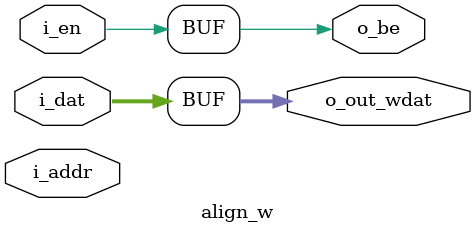
<source format=v>
/*
Copyright 2021 GaoZiBo <diyer175@hotmail.com>
Powered by YSYX https://oscpu.github.io/ysyx

Licensed under The MIT License (MIT).
-------------------------------------
Permission is hereby granted, free of charge, to any person obtaining a copy of
this software and associated documentation files (the "Software"), to deal in
the Software without restriction, including without limitation the rights to
use, copy, modify, merge, publish, distribute, sublicense, and/or sell copies of
the Software, and to permit persons to whom the Software is furnished to do so,
subject to the following conditions:

The above copyright notice and this permission notice shall be included in all
copies or substantial portions of the Software.

THE SOFTWARE IS PROVIDED "AS IS", WITHOUT WARRANTY OF ANY KIND, EXPRESS OR
IMPLIED,INCLUDING BUT NOT LIMITED TO THE WARRANTIES OF MERCHANTABILITY, FITNESS
FOR A PARTICULAR PURPOSE AND NONINFRINGEMENT. IN NO EVENT SHALL THE AUTHORS OR
COPYRIGHT HOLDERS BE LIABLE FOR ANY CLAIM, DAMAGES OR OTHER LIABILITY, WHETHER
IN AN ACTION OF CONTRACT, TORT OR OTHERWISE, ARISING FROM, OUT OF OR IN
CONNECTION WITH THE SOFTWARE OR THE USE OR OTHER DEALINGS IN THE SOFTWARE.
 */

module align_w
#(
   parameter                           IN_P_DW_BYTES = 0,
   parameter                           OUT_P_DW_BYTES = 0,
   parameter                           IN_AW = 0
)
(
   input [(1<<OUT_P_DW_BYTES)*8-1:0]   i_dat,
   input                               i_en,
   input [IN_AW-1:0]                   i_addr,
   output [(1<<IN_P_DW_BYTES)-1:0]     o_be,
   output [(1<<IN_P_DW_BYTES)*8-1:0]   o_out_wdat
);
   localparam IN_BYTES                 = (1<<IN_P_DW_BYTES);
   localparam OUT_BYTES                = (1<<OUT_P_DW_BYTES);
   genvar i;
   
   generate
      if (OUT_P_DW_BYTES == IN_P_DW_BYTES)
         begin
            assign o_be = {(1<<IN_P_DW_BYTES){i_en}};
            assign o_out_wdat = i_dat;
         end
      else if (OUT_P_DW_BYTES <= IN_P_DW_BYTES)
         begin
            localparam WIN_NUM = (IN_BYTES/OUT_BYTES);
            localparam WIN_P_NUM = (IN_P_DW_BYTES - OUT_P_DW_BYTES);
            localparam WIN_DW = (OUT_BYTES*8);
            localparam WIN_P_DW_BYTES = (OUT_P_DW_BYTES);
            wire [(1<<IN_P_DW_BYTES)-1:0] wstrb_tmp;
         
            for(i=0;i<WIN_NUM;i=i+1)
               assign wstrb_tmp[i*(WIN_DW/8) +: (WIN_DW/8)] = {(WIN_DW/8){i_addr[WIN_P_DW_BYTES +: WIN_P_NUM] == i}};
            
            assign o_be = ({(1<<IN_P_DW_BYTES){i_en}} & wstrb_tmp);
            
            for(i=0;i<WIN_NUM;i=i+1)
               assign o_out_wdat[i*WIN_DW +: WIN_DW] = i_dat;
         end
      else
         begin
            localparam WIN_NUM = (OUT_BYTES/IN_BYTES);
            localparam WIN_P_NUM = (OUT_P_DW_BYTES - IN_P_DW_BYTES);
            localparam WIN_DW = (IN_BYTES*8);
            localparam WIN_P_DW_BYTES = (IN_P_DW_BYTES);
            wire [WIN_DW-1:0] i_axi_din_win [WIN_NUM-1:0];
            
            for(i=0;i<WIN_NUM;i=i+1)
               assign i_axi_din_win[i] = i_dat[i*WIN_DW +: WIN_DW];
               
            assign o_be = {(1<<IN_P_DW_BYTES){i_en}};
            assign o_out_wdat = i_axi_din_win[i_addr[WIN_P_DW_BYTES +: WIN_P_NUM]];
         end
   endgenerate

endmodule

</source>
